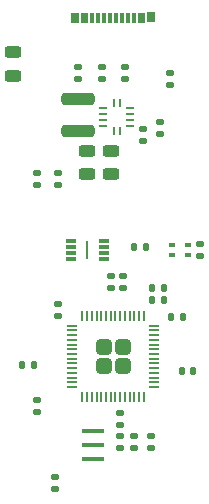
<source format=gtp>
G04 #@! TF.GenerationSoftware,KiCad,Pcbnew,8.0.8+1*
G04 #@! TF.CreationDate,2025-02-19T14:50:03+01:00*
G04 #@! TF.ProjectId,rp2040,72703230-3430-42e6-9b69-6361645f7063,rev?*
G04 #@! TF.SameCoordinates,Original*
G04 #@! TF.FileFunction,Paste,Top*
G04 #@! TF.FilePolarity,Positive*
%FSLAX46Y46*%
G04 Gerber Fmt 4.6, Leading zero omitted, Abs format (unit mm)*
G04 Created by KiCad (PCBNEW 8.0.8+1) date 2025-02-19 14:50:03*
%MOMM*%
%LPD*%
G01*
G04 APERTURE LIST*
G04 Aperture macros list*
%AMRoundRect*
0 Rectangle with rounded corners*
0 $1 Rounding radius*
0 $2 $3 $4 $5 $6 $7 $8 $9 X,Y pos of 4 corners*
0 Add a 4 corners polygon primitive as box body*
4,1,4,$2,$3,$4,$5,$6,$7,$8,$9,$2,$3,0*
0 Add four circle primitives for the rounded corners*
1,1,$1+$1,$2,$3*
1,1,$1+$1,$4,$5*
1,1,$1+$1,$6,$7*
1,1,$1+$1,$8,$9*
0 Add four rect primitives between the rounded corners*
20,1,$1+$1,$2,$3,$4,$5,0*
20,1,$1+$1,$4,$5,$6,$7,0*
20,1,$1+$1,$6,$7,$8,$9,0*
20,1,$1+$1,$8,$9,$2,$3,0*%
G04 Aperture macros list end*
%ADD10RoundRect,0.125000X0.175000X-0.125000X0.175000X0.125000X-0.175000X0.125000X-0.175000X-0.125000X0*%
%ADD11RoundRect,0.125000X-0.175000X0.125000X-0.175000X-0.125000X0.175000X-0.125000X0.175000X0.125000X0*%
%ADD12RoundRect,0.125000X-0.125000X-0.175000X0.125000X-0.175000X0.125000X0.175000X-0.125000X0.175000X0*%
%ADD13R,1.900000X0.400000*%
%ADD14R,0.500000X0.300000*%
%ADD15RoundRect,0.125000X0.125000X0.175000X-0.125000X0.175000X-0.125000X-0.175000X0.125000X-0.175000X0*%
%ADD16R,0.300000X0.950000*%
%ADD17RoundRect,0.062500X-0.237500X-0.062500X0.237500X-0.062500X0.237500X0.062500X-0.237500X0.062500X0*%
%ADD18RoundRect,0.062500X-0.062500X-0.237500X0.062500X-0.237500X0.062500X0.237500X-0.062500X0.237500X0*%
%ADD19RoundRect,0.250000X-0.450000X0.250000X-0.450000X-0.250000X0.450000X-0.250000X0.450000X0.250000X0*%
%ADD20R,0.900000X0.300000*%
%ADD21R,0.250000X1.650000*%
%ADD22RoundRect,0.249999X-0.395001X-0.395001X0.395001X-0.395001X0.395001X0.395001X-0.395001X0.395001X0*%
%ADD23RoundRect,0.050000X-0.387500X-0.050000X0.387500X-0.050000X0.387500X0.050000X-0.387500X0.050000X0*%
%ADD24RoundRect,0.050000X-0.050000X-0.387500X0.050000X-0.387500X0.050000X0.387500X-0.050000X0.387500X0*%
%ADD25RoundRect,0.250000X-1.150000X0.250000X-1.150000X-0.250000X1.150000X-0.250000X1.150000X0.250000X0*%
G04 APERTURE END LIST*
D10*
X149600000Y-99000000D03*
X149600000Y-98000000D03*
D11*
X137500000Y-92000000D03*
X137500000Y-93000000D03*
D10*
X143000000Y-101750000D03*
X143000000Y-100750000D03*
D12*
X147100000Y-104200000D03*
X148100000Y-104200000D03*
D11*
X143250000Y-83000000D03*
X143250000Y-84000000D03*
X137250000Y-117750000D03*
X137250000Y-118750000D03*
D13*
X140500000Y-113800000D03*
X140500000Y-115000000D03*
X140500000Y-116200000D03*
D10*
X142000000Y-101750000D03*
X142000000Y-100750000D03*
D11*
X145400000Y-114250000D03*
X145400000Y-115250000D03*
D12*
X145500000Y-102750000D03*
X146500000Y-102750000D03*
D14*
X147150000Y-98100000D03*
X147150000Y-98900000D03*
X148550000Y-98900000D03*
X148550000Y-98100000D03*
D10*
X135750000Y-93000000D03*
X135750000Y-92000000D03*
X146200000Y-88700000D03*
X146200000Y-87700000D03*
D11*
X139250000Y-83000000D03*
X139250000Y-84000000D03*
D12*
X144000000Y-98250000D03*
X145000000Y-98250000D03*
D15*
X135500000Y-108250000D03*
X134500000Y-108250000D03*
D16*
X145550000Y-78815000D03*
X144750000Y-78840000D03*
X143450000Y-78840000D03*
X142450000Y-78840000D03*
X141950000Y-78840000D03*
X140950000Y-78840000D03*
X139650000Y-78840000D03*
X138850000Y-78840000D03*
X139150000Y-78840000D03*
X139950000Y-78840000D03*
X140450000Y-78840000D03*
X141450000Y-78840000D03*
X142950000Y-78840000D03*
X143950000Y-78840000D03*
X144450000Y-78840000D03*
X145250000Y-78815000D03*
D11*
X142750000Y-114250000D03*
X142750000Y-115250000D03*
D17*
X141350000Y-86500000D03*
X141350000Y-87000000D03*
X141350000Y-87500000D03*
X141350000Y-88000000D03*
D18*
X142250000Y-88400000D03*
X142750000Y-88400000D03*
D17*
X143650000Y-88000000D03*
X143650000Y-87500000D03*
X143650000Y-87000000D03*
X143650000Y-86500000D03*
D18*
X142750000Y-86100000D03*
X142250000Y-86100000D03*
D19*
X142000000Y-90100000D03*
X142000000Y-92100000D03*
D12*
X145500000Y-101750000D03*
X146500000Y-101750000D03*
D19*
X133750000Y-81750000D03*
X133750000Y-83750000D03*
D11*
X141250000Y-83000000D03*
X141250000Y-84000000D03*
D10*
X135750000Y-112250000D03*
X135750000Y-111250000D03*
D11*
X142750000Y-112300000D03*
X142750000Y-113300000D03*
X144750000Y-88250000D03*
X144750000Y-89250000D03*
D12*
X148000000Y-108750000D03*
X149000000Y-108750000D03*
D11*
X147000000Y-83500000D03*
X147000000Y-84500000D03*
D20*
X138600000Y-97750000D03*
X138600000Y-98250000D03*
X138600000Y-98750000D03*
X138600000Y-99250000D03*
X141400000Y-99250000D03*
X141400000Y-98750000D03*
X141400000Y-98250000D03*
X141400000Y-97750000D03*
D21*
X140000000Y-98500000D03*
D11*
X144000000Y-114250000D03*
X144000000Y-115250000D03*
D22*
X141400000Y-106715000D03*
X141400000Y-108315000D03*
X143000000Y-106715000D03*
X143000000Y-108315000D03*
D23*
X138762500Y-104915000D03*
X138762500Y-105315000D03*
X138762500Y-105715000D03*
X138762500Y-106115000D03*
X138762500Y-106515000D03*
X138762500Y-106915000D03*
X138762500Y-107315000D03*
X138762500Y-107715000D03*
X138762500Y-108115000D03*
X138762500Y-108515000D03*
X138762500Y-108915000D03*
X138762500Y-109315000D03*
X138762500Y-109715000D03*
X138762500Y-110115000D03*
D24*
X139600000Y-110952500D03*
X140000000Y-110952500D03*
X140400000Y-110952500D03*
X140800000Y-110952500D03*
X141200000Y-110952500D03*
X141600000Y-110952500D03*
X142000000Y-110952500D03*
X142400000Y-110952500D03*
X142800000Y-110952500D03*
X143200000Y-110952500D03*
X143600000Y-110952500D03*
X144000000Y-110952500D03*
X144400000Y-110952500D03*
X144800000Y-110952500D03*
D23*
X145637500Y-110115000D03*
X145637500Y-109715000D03*
X145637500Y-109315000D03*
X145637500Y-108915000D03*
X145637500Y-108515000D03*
X145637500Y-108115000D03*
X145637500Y-107715000D03*
X145637500Y-107315000D03*
X145637500Y-106915000D03*
X145637500Y-106515000D03*
X145637500Y-106115000D03*
X145637500Y-105715000D03*
X145637500Y-105315000D03*
X145637500Y-104915000D03*
D24*
X144800000Y-104077500D03*
X144400000Y-104077500D03*
X144000000Y-104077500D03*
X143600000Y-104077500D03*
X143200000Y-104077500D03*
X142800000Y-104077500D03*
X142400000Y-104077500D03*
X142000000Y-104077500D03*
X141600000Y-104077500D03*
X141200000Y-104077500D03*
X140800000Y-104077500D03*
X140400000Y-104077500D03*
X140000000Y-104077500D03*
X139600000Y-104077500D03*
D25*
X139200000Y-85750000D03*
X139200000Y-88450000D03*
D19*
X140000000Y-90100000D03*
X140000000Y-92100000D03*
D10*
X137500000Y-104100000D03*
X137500000Y-103100000D03*
M02*

</source>
